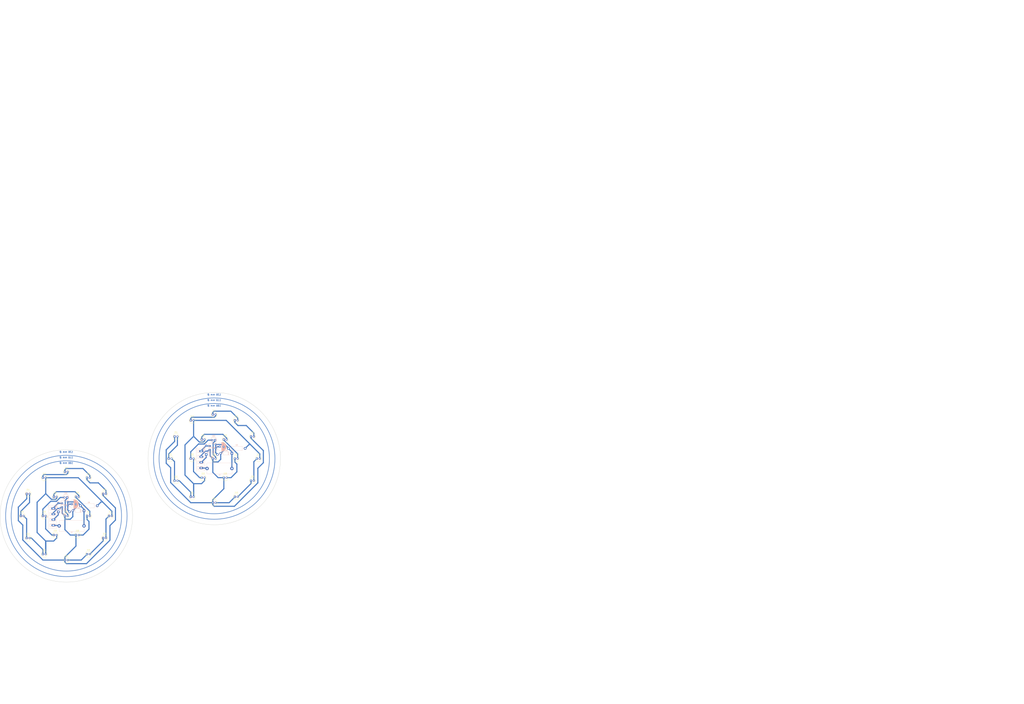
<source format=kicad_pcb>
(kicad_pcb (version 20171130) (host pcbnew 5.1.5+dfsg1-2build2)
  (title_block (title "Mini Circular LED Panel") (date 2022-04-20) (rev 1) (comment 1 "Tec. Henrique Silva"))
  (layers (0 F.Cu signal) (31 B.Cu signal) (34 B.Paste user) (35 F.Paste user) (36 B.SilkS user) (37 F.SilkS user) (38 B.Mask user) (39 F.Mask user) (44 Edge.Cuts user))
  (net 0 "")
  (module LED_THT:LED_D5.0mm_Clear (layer F.Cu) (at 225.9 95.3)
    (fp_text reference D58 (at 1.27 -3.96) (layer F.SilkS))
    (fp_text value LED)
    (pad 1 thru_hole rect (at 0 0) (size 1.8 1.8) (drill 0.9) (layers *.Cu *.Mask))
    (pad 2 thru_hole circle (at 2.54 0) (size 1.8 1.8) (drill 0.9) (layers *.Cu *.Mask))
  )
  (module LED_THT:LED_D5.0mm_Clear (layer F.Cu) (at 205.9 60.7)
    (fp_text reference D55 (at 1.27 -3.96) (layer F.SilkS))
    (fp_text value LED)
    (pad 2 thru_hole circle (at 2.54 0) (size 1.8 1.8) (drill 0.9) (layers *.Cu *.Mask))
    (pad 1 thru_hole rect (at 0 0) (size 1.8 1.8) (drill 0.9) (layers *.Cu *.Mask))
  )
  (module Diode_THT:D_DO-41_SOD81_P10.16mm_Horizontal (layer B.Cu) (at 209.95 74.25)
    (fp_text reference D63 (at 5.08 2.47) (layer B.SilkS) (effects (justify mirror)))
    (fp_text value 1N4007)
    (fp_text user K (at 0 2.1) (layer B.SilkS) (effects (justify mirror)))
    (pad 2 thru_hole oval (at 10.16 0) (size 2.2 2.2) (drill 1.1) (layers *.Cu *.Mask))
    (pad 1 thru_hole rect (at 0 0) (size 2.2 2.2) (drill 1.1) (layers *.Cu *.Mask))
  )
  (module Fuse:Fuseholder_Cylinder-5x20mm_Schurter_0031_8201_Horizontal_Open (layer B.Cu) (at 210.7 87)
    (fp_text reference F1 (at 11.25 6) (layer B.SilkS) (effects (justify mirror)))
    (fp_text value "Fuse 1A")
    (pad 1 thru_hole circle (at 0 0) (size 3 3) (drill 1.3) (layers *.Cu *.Mask))
    (pad 2 thru_hole circle (at 22.5 0) (size 3 3) (drill 1.3) (layers *.Cu *.Mask))
    (pad "" np_thru_hole circle (at 11.25 0) (size 2.7 2.7) (drill 2.7) (layers *.Cu *.Mask))
  )
  (module Varistor:RV_Disc_D7mm_W3.4mm_P5mm (layer B.Cu) (at 218.45 65.25 180)
    (fp_text reference RV2 (at 2.5 -3.35 180) (layer B.SilkS) (effects (justify mirror)))
    (fp_text value 14V)
    (pad 1 thru_hole circle (at 0 0 180) (size 1.6 1.6) (drill 0.6) (layers *.Cu *.Mask))
    (pad 2 thru_hole circle (at 5 -1.3 180) (size 1.6 1.6) (drill 0.6) (layers *.Cu *.Mask))
  )
  (module LED_THT:LED_D5.0mm_IRBlack (layer F.Cu) (at 195.9 78)
    (fp_text reference D60 (at 1.27 -3.96) (layer F.SilkS))
    (fp_text value LED)
    (pad 2 thru_hole circle (at 2.54 0) (size 1.8 1.8) (drill 0.9) (layers *.Cu *.Mask))
    (pad 1 thru_hole rect (at 0 0) (size 1.8 1.8) (drill 0.9) (layers *.Cu *.Mask))
  )
  (module LED_THT:LED_D5.0mm_IRGrey (layer F.Cu) (at 215.9 118)
    (fp_text reference D50 (at 1.27 -3.96) (layer F.SilkS))
    (fp_text value LED)
    (pad 1 thru_hole rect (at 0 0) (size 1.8 1.8) (drill 0.9) (layers *.Cu *.Mask))
    (pad 2 thru_hole circle (at 2.54 0) (size 1.8 1.8) (drill 0.9) (layers *.Cu *.Mask))
  )
  (module LED_THT:LED_D5.0mm (layer F.Cu) (at 175.95 78)
    (fp_text reference D53 (at 1.27 -3.96) (layer F.SilkS))
    (fp_text value LED)
    (pad 1 thru_hole rect (at 0 0) (size 1.8 1.8) (drill 0.9) (layers *.Cu *.Mask))
    (pad 2 thru_hole circle (at 2.54 0) (size 1.8 1.8) (drill 0.9) (layers *.Cu *.Mask))
  )
  (module LED_THT:LED_D5.0mm_IRBlack (layer F.Cu) (at 250.55 58)
    (fp_text reference D46 (at 1.27 -3.96) (layer F.SilkS))
    (fp_text value LED)
    (pad 1 thru_hole rect (at 0 0) (size 1.8 1.8) (drill 0.9) (layers *.Cu *.Mask))
    (pad 2 thru_hole circle (at 2.54 0) (size 1.8 1.8) (drill 0.9) (layers *.Cu *.Mask))
  )
  (module LED_THT:LED_D5.0mm (layer F.Cu) (at 181.3 58)
    (fp_text reference D54 (at 1.27 -3.96) (layer F.SilkS))
    (fp_text value LED)
    (pad 1 thru_hole rect (at 0 0) (size 1.8 1.8) (drill 0.9) (layers *.Cu *.Mask))
    (pad 2 thru_hole circle (at 2.54 0) (size 1.8 1.8) (drill 0.9) (layers *.Cu *.Mask))
  )
  (module Capacitor_THT:CP_Radial_D8.0mm_P3.50mm (layer B.Cu) (at 222.2 67.25)
    (fp_text reference C1 (at 1.75 5.25) (layer B.SilkS) (effects (justify mirror)))
    (fp_text value "16V 330uf")
    (pad 2 thru_hole circle (at 3.5 0) (size 1.6 1.6) (drill 0.8) (layers *.Cu *.Mask))
    (pad 1 thru_hole rect (at 0 0) (size 1.6 1.6) (drill 0.8) (layers *.Cu *.Mask))
  )
  (module Connector_Phoenix_MC_HighVoltage:PhoenixContact_MCV_1,5_4-G-5.08_1x04_P5.08mm_Vertical (layer B.Cu) (at 205.45 71.25 270)
    (fp_text reference J1 (at 7.62 5.55 90) (layer B.SilkS) (effects (justify mirror)))
    (fp_text value pw_input)
    (pad 1 thru_hole roundrect (at 0 0 270) (size 1.8 3.6) (drill 1.2) (layers *.Cu *.Mask) (roundrect_rratio 0.138889))
    (pad 2 thru_hole oval (at 5.08 0 270) (size 1.8 3.6) (drill 1.2) (layers *.Cu *.Mask))
    (pad 3 thru_hole oval (at 10.16 0 270) (size 1.8 3.6) (drill 1.2) (layers *.Cu *.Mask))
    (pad 4 thru_hole oval (at 15.24 0 270) (size 1.8 3.6) (drill 1.2) (layers *.Cu *.Mask))
  )
  (module LED_THT:LED_D5.0mm_IRBlack (layer F.Cu) (at 235.9 43.35)
    (fp_text reference D45 (at 1.27 -3.96) (layer F.SilkS))
    (fp_text value LED)
    (pad 1 thru_hole rect (at 0 0) (size 1.8 1.8) (drill 0.9) (layers *.Cu *.Mask))
    (pad 2 thru_hole circle (at 2.54 0) (size 1.8 1.8) (drill 0.9) (layers *.Cu *.Mask))
  )
  (module LED_THT:LED_D5.0mm (layer F.Cu) (at 195.95 112.65)
    (fp_text reference D51 (at 1.27 -3.96) (layer F.SilkS))
    (fp_text value LED)
    (pad 2 thru_hole circle (at 2.54 0) (size 1.8 1.8) (drill 0.9) (layers *.Cu *.Mask))
    (pad 1 thru_hole rect (at 0 0) (size 1.8 1.8) (drill 0.9) (layers *.Cu *.Mask))
  )
  (module LED_THT:LED_D5.0mm_Clear (layer F.Cu) (at 225.9 60.7)
    (fp_text reference D56 (at 1.27 -3.96) (layer F.SilkS))
    (fp_text value LED)
    (pad 2 thru_hole circle (at 2.54 0) (size 1.8 1.8) (drill 0.9) (layers *.Cu *.Mask))
    (pad 1 thru_hole rect (at 0 0) (size 1.8 1.8) (drill 0.9) (layers *.Cu *.Mask))
  )
  (module LED_THT:LED_D5.0mm_IRGrey (layer F.Cu) (at 255.9 78)
    (fp_text reference D47 (at 1.27 -3.96) (layer F.SilkS))
    (fp_text value LED)
    (pad 2 thru_hole circle (at 2.54 0) (size 1.8 1.8) (drill 0.9) (layers *.Cu *.Mask))
    (pad 1 thru_hole rect (at 0 0) (size 1.8 1.8) (drill 0.9) (layers *.Cu *.Mask))
  )
  (module LED_THT:LED_D5.0mm (layer F.Cu) (at 181.3 98.05)
    (fp_text reference D52 (at 1.27 -3.96) (layer F.SilkS))
    (fp_text value LED)
    (pad 2 thru_hole circle (at 2.54 0) (size 1.8 1.8) (drill 0.9) (layers *.Cu *.Mask))
    (pad 1 thru_hole rect (at 0 0) (size 1.8 1.8) (drill 0.9) (layers *.Cu *.Mask))
  )
  (module LED_THT:LED_D5.0mm_IRBlack (layer F.Cu) (at 215.9 38)
    (fp_text reference D44 (at 1.27 -3.96) (layer F.SilkS))
    (fp_text value LED)
    (pad 2 thru_hole circle (at 2.54 0) (size 1.8 1.8) (drill 0.9) (layers *.Cu *.Mask))
    (pad 1 thru_hole rect (at 0 0) (size 1.8 1.8) (drill 0.9) (layers *.Cu *.Mask))
  )
  (module LED_THT:LED_D5.0mm_IRGrey (layer F.Cu) (at 235.95 112.65)
    (fp_text reference D49 (at 1.27 -3.96) (layer F.SilkS))
    (fp_text value LED)
    (pad 1 thru_hole rect (at 0 0) (size 1.8 1.8) (drill 0.9) (layers *.Cu *.Mask))
    (pad 2 thru_hole circle (at 2.54 0) (size 1.8 1.8) (drill 0.9) (layers *.Cu *.Mask))
  )
  (module Resistor_THT:R_Axial_DIN0411_L9.9mm_D3.6mm_P15.24mm_Horizontal (layer B.Cu) (at 245.2 68.75 180)
    (fp_text reference R2 (at 7.62 2.92 180) (layer B.SilkS) (effects (justify mirror)))
    (fp_text value "Rl 2W")
    (pad 2 thru_hole oval (at 15.24 0 180) (size 2.4 2.4) (drill 1.2) (layers *.Cu *.Mask))
    (pad 1 thru_hole circle (at 0 0 180) (size 2.4 2.4) (drill 1.2) (layers *.Cu *.Mask))
  )
  (module Varistor:RV_Disc_D7mm_W3.4mm_P5mm (layer B.Cu) (at 211.2 71.25 90)
    (fp_text reference RV3 (at 2.5 -3.35 270) (layer B.SilkS) (effects (justify mirror)))
    (fp_text value 14V)
    (pad 1 thru_hole circle (at 0 0 90) (size 1.6 1.6) (drill 0.6) (layers *.Cu *.Mask))
    (pad 2 thru_hole circle (at 5 -1.3 90) (size 1.6 1.6) (drill 0.6) (layers *.Cu *.Mask))
  )
  (module LED_THT:LED_D5.0mm_IRBlack (layer F.Cu) (at 195.95 43.35)
    (fp_text reference D43 (at 1.27 -3.96) (layer F.SilkS))
    (fp_text value LED)
    (pad 2 thru_hole circle (at 2.54 0) (size 1.8 1.8) (drill 0.9) (layers *.Cu *.Mask))
    (pad 1 thru_hole rect (at 0 0) (size 1.8 1.8) (drill 0.9) (layers *.Cu *.Mask))
  )
  (module LED_THT:LED_D5.0mm_IRGrey (layer F.Cu) (at 250.55 98)
    (fp_text reference D48 (at 1.27 -3.96) (layer F.SilkS))
    (fp_text value LED)
    (pad 2 thru_hole circle (at 2.54 0) (size 1.8 1.8) (drill 0.9) (layers *.Cu *.Mask))
    (pad 1 thru_hole rect (at 0 0) (size 1.8 1.8) (drill 0.9) (layers *.Cu *.Mask))
  )
  (module LED_THT:LED_D5.0mm_IRBlack (layer F.Cu) (at 205.9 95.3)
    (fp_text reference D59 (at 1.27 -3.96) (layer F.SilkS))
    (fp_text value LED)
    (pad 1 thru_hole rect (at 0 0) (size 1.8 1.8) (drill 0.9) (layers *.Cu *.Mask))
    (pad 2 thru_hole circle (at 2.54 0) (size 1.8 1.8) (drill 0.9) (layers *.Cu *.Mask))
  )
  (module Diode_THT:D_DO-41_SOD81_P10.16mm_Horizontal (layer B.Cu) (at 233.2 73.25 180)
    (fp_text reference D64 (at 5.08 2.47 180) (layer B.SilkS) (effects (justify mirror)))
    (fp_text value 1N47xxA)
    (fp_text user K (at 0 2.1 180) (layer B.SilkS) (effects (justify mirror)))
    (pad 2 thru_hole oval (at 10.16 0 180) (size 2.2 2.2) (drill 1.1) (layers *.Cu *.Mask))
    (pad 1 thru_hole rect (at 0 0 180) (size 2.2 2.2) (drill 1.1) (layers *.Cu *.Mask))
  )
  (module LED_THT:LED_D5.0mm_Clear (layer F.Cu) (at 235.9 78)
    (fp_text reference D57 (at 1.27 -3.96) (layer F.SilkS))
    (fp_text value LED)
    (pad 1 thru_hole rect (at 0 0) (size 1.8 1.8) (drill 0.9) (layers *.Cu *.Mask))
    (pad 2 thru_hole circle (at 2.54 0) (size 1.8 1.8) (drill 0.9) (layers *.Cu *.Mask))
  )
  (module Varistor:RV_Disc_D7mm_W3.4mm_P5mm (layer B.Cu) (at 218.45 68.75 180)
    (fp_text reference RV1 (at 2.5 -3.35) (layer B.SilkS) (effects (justify mirror)))
    (fp_text value 14V)
    (pad 1 thru_hole circle (at 0 0 180) (size 1.6 1.6) (drill 0.6) (layers *.Cu *.Mask))
    (pad 2 thru_hole circle (at 5 -1.3 180) (size 1.6 1.6) (drill 0.6) (layers *.Cu *.Mask))
  )
  (module LED_THT:LED_D5.0mm_IRBlack (layer B.Cu) (at 217.95 61.25 180)
    (fp_text reference D62 (at 1.27 3.96) (layer B.SilkS) (effects (justify mirror)))
    (fp_text value FEEDBACK)
    (pad 1 thru_hole rect (at 0 0 180) (size 1.8 1.8) (drill 0.9) (layers *.Cu *.Mask))
    (pad 2 thru_hole circle (at 2.54 0 180) (size 1.8 1.8) (drill 0.9) (layers *.Cu *.Mask))
  )
  (module LED_THT:LED_D5.0mm_IRBlack (layer F.Cu) (at 215.9 78)
    (fp_text reference D61 (at 1.27 -3.96) (layer F.SilkS))
    (fp_text value LED)
    (pad 1 thru_hole rect (at 0 0) (size 1.8 1.8) (drill 0.9) (layers *.Cu *.Mask))
    (pad 2 thru_hole circle (at 2.54 0) (size 1.8 1.8) (drill 0.9) (layers *.Cu *.Mask))
  )
  (module LED_THT:LED_D5.0mm_Clear (layer F.Cu) (at 91.9 147.3)
    (fp_text reference D58 (at 1.27 -3.96) (layer F.SilkS))
    (fp_text value LED)
    (pad 1 thru_hole rect (at 0 0) (size 1.8 1.8) (drill 0.9) (layers *.Cu *.Mask))
    (pad 2 thru_hole circle (at 2.54 0) (size 1.8 1.8) (drill 0.9) (layers *.Cu *.Mask))
  )
  (module LED_THT:LED_D5.0mm_Clear (layer F.Cu) (at 71.9 112.7)
    (fp_text reference D55 (at 1.27 -3.96) (layer F.SilkS))
    (fp_text value LED)
    (pad 2 thru_hole circle (at 2.54 0) (size 1.8 1.8) (drill 0.9) (layers *.Cu *.Mask))
    (pad 1 thru_hole rect (at 0 0) (size 1.8 1.8) (drill 0.9) (layers *.Cu *.Mask))
  )
  (module Diode_THT:D_DO-41_SOD81_P10.16mm_Horizontal (layer B.Cu) (at 75.95 126.25)
    (fp_text reference D63 (at 5.08 2.47) (layer B.SilkS) (effects (justify mirror)))
    (fp_text value 1N4007)
    (fp_text user K (at 0 2.1) (layer B.SilkS) (effects (justify mirror)))
    (pad 2 thru_hole oval (at 10.16 0) (size 2.2 2.2) (drill 1.1) (layers *.Cu *.Mask))
    (pad 1 thru_hole rect (at 0 0) (size 2.2 2.2) (drill 1.1) (layers *.Cu *.Mask))
  )
  (module Fuse:Fuseholder_Cylinder-5x20mm_Schurter_0031_8201_Horizontal_Open (layer B.Cu) (at 76.7 139)
    (fp_text reference F1 (at 11.25 6) (layer B.SilkS) (effects (justify mirror)))
    (fp_text value "Fuse 1A")
    (pad 1 thru_hole circle (at 0 0) (size 3 3) (drill 1.3) (layers *.Cu *.Mask))
    (pad 2 thru_hole circle (at 22.5 0) (size 3 3) (drill 1.3) (layers *.Cu *.Mask))
    (pad "" np_thru_hole circle (at 11.25 0) (size 2.7 2.7) (drill 2.7) (layers *.Cu *.Mask))
  )
  (module Varistor:RV_Disc_D7mm_W3.4mm_P5mm (layer B.Cu) (at 84.45 117.25 180)
    (fp_text reference RV2 (at 2.5 -3.35 180) (layer B.SilkS) (effects (justify mirror)))
    (fp_text value 14V)
    (pad 1 thru_hole circle (at 0 0 180) (size 1.6 1.6) (drill 0.6) (layers *.Cu *.Mask))
    (pad 2 thru_hole circle (at 5 -1.3 180) (size 1.6 1.6) (drill 0.6) (layers *.Cu *.Mask))
  )
  (module LED_THT:LED_D5.0mm_IRBlack (layer F.Cu) (at 61.9 130)
    (fp_text reference D60 (at 1.27 -3.96) (layer F.SilkS))
    (fp_text value LED)
    (pad 2 thru_hole circle (at 2.54 0) (size 1.8 1.8) (drill 0.9) (layers *.Cu *.Mask))
    (pad 1 thru_hole rect (at 0 0) (size 1.8 1.8) (drill 0.9) (layers *.Cu *.Mask))
  )
  (module LED_THT:LED_D5.0mm_IRGrey (layer F.Cu) (at 81.9 170)
    (fp_text reference D50 (at 1.27 -3.96) (layer F.SilkS))
    (fp_text value LED)
    (pad 1 thru_hole rect (at 0 0) (size 1.8 1.8) (drill 0.9) (layers *.Cu *.Mask))
    (pad 2 thru_hole circle (at 2.54 0) (size 1.8 1.8) (drill 0.9) (layers *.Cu *.Mask))
  )
  (module LED_THT:LED_D5.0mm (layer F.Cu) (at 41.95 130)
    (fp_text reference D53 (at 1.27 -3.96) (layer F.SilkS))
    (fp_text value LED)
    (pad 1 thru_hole rect (at 0 0) (size 1.8 1.8) (drill 0.9) (layers *.Cu *.Mask))
    (pad 2 thru_hole circle (at 2.54 0) (size 1.8 1.8) (drill 0.9) (layers *.Cu *.Mask))
  )
  (module LED_THT:LED_D5.0mm_IRBlack (layer F.Cu) (at 116.55 110)
    (fp_text reference D46 (at 1.27 -3.96) (layer F.SilkS))
    (fp_text value LED)
    (pad 1 thru_hole rect (at 0 0) (size 1.8 1.8) (drill 0.9) (layers *.Cu *.Mask))
    (pad 2 thru_hole circle (at 2.54 0) (size 1.8 1.8) (drill 0.9) (layers *.Cu *.Mask))
  )
  (module LED_THT:LED_D5.0mm (layer F.Cu) (at 47.3 110)
    (fp_text reference D54 (at 1.27 -3.96) (layer F.SilkS))
    (fp_text value LED)
    (pad 1 thru_hole rect (at 0 0) (size 1.8 1.8) (drill 0.9) (layers *.Cu *.Mask))
    (pad 2 thru_hole circle (at 2.54 0) (size 1.8 1.8) (drill 0.9) (layers *.Cu *.Mask))
  )
  (module Capacitor_THT:CP_Radial_D8.0mm_P3.50mm (layer B.Cu) (at 88.2 119.25)
    (fp_text reference C1 (at 1.75 5.25) (layer B.SilkS) (effects (justify mirror)))
    (fp_text value "16V 330uf")
    (pad 2 thru_hole circle (at 3.5 0) (size 1.6 1.6) (drill 0.8) (layers *.Cu *.Mask))
    (pad 1 thru_hole rect (at 0 0) (size 1.6 1.6) (drill 0.8) (layers *.Cu *.Mask))
  )
  (module Connector_Phoenix_MC_HighVoltage:PhoenixContact_MCV_1,5_4-G-5.08_1x04_P5.08mm_Vertical (layer B.Cu) (at 71.45 123.25 270)
    (fp_text reference J1 (at 7.62 5.55 90) (layer B.SilkS) (effects (justify mirror)))
    (fp_text value pw_input)
    (pad 1 thru_hole roundrect (at 0 0 270) (size 1.8 3.6) (drill 1.2) (layers *.Cu *.Mask) (roundrect_rratio 0.138889))
    (pad 2 thru_hole oval (at 5.08 0 270) (size 1.8 3.6) (drill 1.2) (layers *.Cu *.Mask))
    (pad 3 thru_hole oval (at 10.16 0 270) (size 1.8 3.6) (drill 1.2) (layers *.Cu *.Mask))
    (pad 4 thru_hole oval (at 15.24 0 270) (size 1.8 3.6) (drill 1.2) (layers *.Cu *.Mask))
  )
  (module LED_THT:LED_D5.0mm_IRBlack (layer F.Cu) (at 101.9 95.35)
    (fp_text reference D45 (at 1.27 -3.96) (layer F.SilkS))
    (fp_text value LED)
    (pad 1 thru_hole rect (at 0 0) (size 1.8 1.8) (drill 0.9) (layers *.Cu *.Mask))
    (pad 2 thru_hole circle (at 2.54 0) (size 1.8 1.8) (drill 0.9) (layers *.Cu *.Mask))
  )
  (module LED_THT:LED_D5.0mm (layer F.Cu) (at 61.95 164.65)
    (fp_text reference D51 (at 1.27 -3.96) (layer F.SilkS))
    (fp_text value LED)
    (pad 2 thru_hole circle (at 2.54 0) (size 1.8 1.8) (drill 0.9) (layers *.Cu *.Mask))
    (pad 1 thru_hole rect (at 0 0) (size 1.8 1.8) (drill 0.9) (layers *.Cu *.Mask))
  )
  (module LED_THT:LED_D5.0mm_Clear (layer F.Cu) (at 91.9 112.7)
    (fp_text reference D56 (at 1.27 -3.96) (layer F.SilkS))
    (fp_text value LED)
    (pad 2 thru_hole circle (at 2.54 0) (size 1.8 1.8) (drill 0.9) (layers *.Cu *.Mask))
    (pad 1 thru_hole rect (at 0 0) (size 1.8 1.8) (drill 0.9) (layers *.Cu *.Mask))
  )
  (module LED_THT:LED_D5.0mm_IRGrey (layer F.Cu) (at 121.9 130)
    (fp_text reference D47 (at 1.27 -3.96) (layer F.SilkS))
    (fp_text value LED)
    (pad 2 thru_hole circle (at 2.54 0) (size 1.8 1.8) (drill 0.9) (layers *.Cu *.Mask))
    (pad 1 thru_hole rect (at 0 0) (size 1.8 1.8) (drill 0.9) (layers *.Cu *.Mask))
  )
  (module LED_THT:LED_D5.0mm (layer F.Cu) (at 47.3 150.05)
    (fp_text reference D52 (at 1.27 -3.96) (layer F.SilkS))
    (fp_text value LED)
    (pad 2 thru_hole circle (at 2.54 0) (size 1.8 1.8) (drill 0.9) (layers *.Cu *.Mask))
    (pad 1 thru_hole rect (at 0 0) (size 1.8 1.8) (drill 0.9) (layers *.Cu *.Mask))
  )
  (module LED_THT:LED_D5.0mm_IRBlack (layer F.Cu) (at 81.9 90)
    (fp_text reference D44 (at 1.27 -3.96) (layer F.SilkS))
    (fp_text value LED)
    (pad 2 thru_hole circle (at 2.54 0) (size 1.8 1.8) (drill 0.9) (layers *.Cu *.Mask))
    (pad 1 thru_hole rect (at 0 0) (size 1.8 1.8) (drill 0.9) (layers *.Cu *.Mask))
  )
  (module LED_THT:LED_D5.0mm_IRGrey (layer F.Cu) (at 101.95 164.65)
    (fp_text reference D49 (at 1.27 -3.96) (layer F.SilkS))
    (fp_text value LED)
    (pad 1 thru_hole rect (at 0 0) (size 1.8 1.8) (drill 0.9) (layers *.Cu *.Mask))
    (pad 2 thru_hole circle (at 2.54 0) (size 1.8 1.8) (drill 0.9) (layers *.Cu *.Mask))
  )
  (module Resistor_THT:R_Axial_DIN0411_L9.9mm_D3.6mm_P15.24mm_Horizontal (layer B.Cu) (at 111.2 120.75 180)
    (fp_text reference R2 (at 7.62 2.92 180) (layer B.SilkS) (effects (justify mirror)))
    (fp_text value "Rl 2W")
    (pad 2 thru_hole oval (at 15.24 0 180) (size 2.4 2.4) (drill 1.2) (layers *.Cu *.Mask))
    (pad 1 thru_hole circle (at 0 0 180) (size 2.4 2.4) (drill 1.2) (layers *.Cu *.Mask))
  )
  (module Varistor:RV_Disc_D7mm_W3.4mm_P5mm (layer B.Cu) (at 77.2 123.25 90)
    (fp_text reference RV3 (at 2.5 -3.35 270) (layer B.SilkS) (effects (justify mirror)))
    (fp_text value 14V)
    (pad 1 thru_hole circle (at 0 0 90) (size 1.6 1.6) (drill 0.6) (layers *.Cu *.Mask))
    (pad 2 thru_hole circle (at 5 -1.3 90) (size 1.6 1.6) (drill 0.6) (layers *.Cu *.Mask))
  )
  (module LED_THT:LED_D5.0mm_IRBlack (layer F.Cu) (at 61.95 95.35)
    (fp_text reference D43 (at 1.27 -3.96) (layer F.SilkS))
    (fp_text value LED)
    (pad 2 thru_hole circle (at 2.54 0) (size 1.8 1.8) (drill 0.9) (layers *.Cu *.Mask))
    (pad 1 thru_hole rect (at 0 0) (size 1.8 1.8) (drill 0.9) (layers *.Cu *.Mask))
  )
  (module LED_THT:LED_D5.0mm_IRGrey (layer F.Cu) (at 116.55 150)
    (fp_text reference D48 (at 1.27 -3.96) (layer F.SilkS))
    (fp_text value LED)
    (pad 2 thru_hole circle (at 2.54 0) (size 1.8 1.8) (drill 0.9) (layers *.Cu *.Mask))
    (pad 1 thru_hole rect (at 0 0) (size 1.8 1.8) (drill 0.9) (layers *.Cu *.Mask))
  )
  (module LED_THT:LED_D5.0mm_IRBlack (layer F.Cu) (at 71.9 147.3)
    (fp_text reference D59 (at 1.27 -3.96) (layer F.SilkS))
    (fp_text value LED)
    (pad 1 thru_hole rect (at 0 0) (size 1.8 1.8) (drill 0.9) (layers *.Cu *.Mask))
    (pad 2 thru_hole circle (at 2.54 0) (size 1.8 1.8) (drill 0.9) (layers *.Cu *.Mask))
  )
  (module Diode_THT:D_DO-41_SOD81_P10.16mm_Horizontal (layer B.Cu) (at 99.2 125.25 180)
    (fp_text reference D64 (at 5.08 2.47 180) (layer B.SilkS) (effects (justify mirror)))
    (fp_text value 1N47xxA)
    (fp_text user K (at 0 2.1 180) (layer B.SilkS) (effects (justify mirror)))
    (pad 2 thru_hole oval (at 10.16 0 180) (size 2.2 2.2) (drill 1.1) (layers *.Cu *.Mask))
    (pad 1 thru_hole rect (at 0 0 180) (size 2.2 2.2) (drill 1.1) (layers *.Cu *.Mask))
  )
  (module LED_THT:LED_D5.0mm_Clear (layer F.Cu) (at 101.9 130)
    (fp_text reference D57 (at 1.27 -3.96) (layer F.SilkS))
    (fp_text value LED)
    (pad 1 thru_hole rect (at 0 0) (size 1.8 1.8) (drill 0.9) (layers *.Cu *.Mask))
    (pad 2 thru_hole circle (at 2.54 0) (size 1.8 1.8) (drill 0.9) (layers *.Cu *.Mask))
  )
  (module Varistor:RV_Disc_D7mm_W3.4mm_P5mm (layer B.Cu) (at 84.45 120.75 180)
    (fp_text reference RV1 (at 2.5 -3.35) (layer B.SilkS) (effects (justify mirror)))
    (fp_text value 14V)
    (pad 1 thru_hole circle (at 0 0 180) (size 1.6 1.6) (drill 0.6) (layers *.Cu *.Mask))
    (pad 2 thru_hole circle (at 5 -1.3 180) (size 1.6 1.6) (drill 0.6) (layers *.Cu *.Mask))
  )
  (module LED_THT:LED_D5.0mm_IRBlack (layer B.Cu) (at 83.95 113.25 180)
    (fp_text reference D62 (at 1.27 3.96) (layer B.SilkS) (effects (justify mirror)))
    (fp_text value FEEDBACK)
    (pad 1 thru_hole rect (at 0 0 180) (size 1.8 1.8) (drill 0.9) (layers *.Cu *.Mask))
    (pad 2 thru_hole circle (at 2.54 0 180) (size 1.8 1.8) (drill 0.9) (layers *.Cu *.Mask))
  )
  (module LED_THT:LED_D5.0mm_IRBlack (layer F.Cu) (at 81.9 130)
    (fp_text reference D61 (at 1.27 -3.96) (layer F.SilkS))
    (fp_text value LED)
    (pad 1 thru_hole rect (at 0 0) (size 1.8 1.8) (drill 0.9) (layers *.Cu *.Mask))
    (pad 2 thru_hole circle (at 2.54 0) (size 1.8 1.8) (drill 0.9) (layers *.Cu *.Mask))
  )
  (gr_text "100 mm Ø" (at 217.2 30) (layer B.Cu) (effects (font (size 1.5 1.5) (thickness 0.3)) (justify mirror)))
  (gr_text "110 mm Ø" (at 217.2 25) (layer B.Cu) (effects (font (size 1.5 1.5) (thickness 0.3)) (justify mirror)))
  (gr_text "120 mm Ø" (at 217.2 20) (layer B.Cu) (effects (font (size 1.5 1.5) (thickness 0.3)) (justify mirror)))
  (gr_circle (center 217.2 78) (end 267.2 78) (layer B.Cu) (width 0.5))
  (gr_circle (center 217.2 78) (end 277.2 78) (layer Edge.Cuts) (width 0.25))
  (gr_circle (center 217.2 78) (end 272.2 78) (layer B.Cu) (width 0.5))
  (gr_text "100 mm Ø" (at 83.2 82) (layer B.Cu) (effects (font (size 1.5 1.5) (thickness 0.3)) (justify mirror)))
  (gr_text "110 mm Ø" (at 83.2 77) (layer B.Cu) (effects (font (size 1.5 1.5) (thickness 0.3)) (justify mirror)))
  (gr_text "120 mm Ø" (at 83.2 72) (layer B.Cu) (effects (font (size 1.5 1.5) (thickness 0.3)) (justify mirror)))
  (gr_circle (center 83.2 130) (end 133.2 130) (layer B.Cu) (width 0.5))
  (gr_circle (center 83.2 130) (end 143.2 130) (layer Edge.Cuts) (width 0.25))
  (gr_circle (center 83.2 130) (end 138.2 130) (layer B.Cu) (width 0.5))
  (segment (start 124.44 125.74) (end 124.44 130) (width 1) (layer B.Cu) (net 0))
  (segment (start 124.45 125.75) (end 124.44 125.74) (width 1) (layer B.Cu) (net 0))
  (segment (start 64.49 152.75) (end 64.49 164.65) (width 1) (layer B.Cu) (net 0))
  (segment (start 64.49 164.65) (end 64.49 152.79) (width 1) (layer B.Cu) (net 0))
  (segment (start 56.7 117.58) (end 64.49 109.79) (width 1) (layer B.Cu) (net 0))
  (segment (start 115.95 117.25) (end 114.7 117.25) (width 1) (layer B.Cu) (net 0))
  (segment (start 74.44 150.01) (end 71.7 152.75) (width 1) (layer B.Cu) (net 0))
  (segment (start 64.49 152.79) (end 56.7 145) (width 1) (layer B.Cu) (net 0))
  (segment (start 94.05 95.35) (end 115.95 117.25) (width 1) (layer B.Cu) (net 0))
  (segment (start 74.44 147.3) (end 74.44 150.01) (width 1) (layer B.Cu) (net 0))
  (segment (start 64.49 95.35) (end 94.05 95.35) (width 1) (layer B.Cu) (net 0))
  (segment (start 74.44 113.972792) (end 73.412792 115) (width 1) (layer B.Cu) (net 0))
  (segment (start 71.7 152.75) (end 64.49 152.75) (width 1) (layer B.Cu) (net 0))
  (segment (start 64.49 109.79) (end 64.49 95.35) (width 1) (layer B.Cu) (net 0))
  (segment (start 69.7 115) (end 64.49 109.79) (width 1) (layer B.Cu) (net 0))
  (segment (start 56.7 145) (end 56.7 117.58) (width 1) (layer B.Cu) (net 0))
  (segment (start 73.412792 115) (end 69.7 115) (width 1) (layer B.Cu) (net 0))
  (segment (start 115.95 117.25) (end 124.45 125.75) (width 1) (layer B.Cu) (net 0))
  (segment (start 114.7 117.25) (end 111.2 120.75) (width 1) (layer B.Cu) (net 0))
  (segment (start 74.44 112.7) (end 74.44 113.972792) (width 1) (layer B.Cu) (net 0))
  (segment (start 83.25 173.25) (end 101.45 173.25) (width 1) (layer B.Cu) (net 0))
  (segment (start 122.7 138.75) (end 127.7 133.75) (width 1) (layer B.Cu) (net 0))
  (segment (start 81.9 171.9) (end 83.25 173.25) (width 1) (layer B.Cu) (net 0))
  (segment (start 81.9 170) (end 81.9 171.9) (width 1) (layer B.Cu) (net 0))
  (segment (start 91.9 157.3) (end 91.9 147.3) (width 1) (layer B.Cu) (net 0))
  (segment (start 81.9 167.3) (end 91.9 157.3) (width 1) (layer B.Cu) (net 0))
  (segment (start 81.9 170) (end 81.9 167.3) (width 1) (layer B.Cu) (net 0))
  (segment (start 81.9 142.45) (end 81.9 131.9) (width 1) (layer B.Cu) (net 0))
  (segment (start 81.9 131.9) (end 81.9 130) (width 1) (layer B.Cu) (net 0))
  (segment (start 86.75 147.3) (end 81.9 142.45) (width 1) (layer B.Cu) (net 0))
  (segment (start 91.9 147.3) (end 86.75 147.3) (width 1) (layer B.Cu) (net 0))
  (segment (start 79.45 127.55) (end 81.9 130) (width 1) (layer B.Cu) (net 0))
  (segment (start 79.45 122.05) (end 79.45 127.55) (width 1) (layer B.Cu) (net 0))
  (segment (start 91.7 119.25) (end 91.7 122.75) (width 1) (layer B.Cu) (net 0))
  (segment (start 91.54 122.75) (end 91.7 122.75) (width 1) (layer B.Cu) (net 0))
  (segment (start 89.04 125.25) (end 91.54 122.75) (width 1) (layer B.Cu) (net 0))
  (segment (start 81.9 131.95) (end 81.9 130) (width 1) (layer B.Cu) (net 0))
  (segment (start 82.95 133) (end 81.9 131.95) (width 1) (layer B.Cu) (net 0))
  (segment (start 86.7 133) (end 82.95 133) (width 1) (layer B.Cu) (net 0))
  (segment (start 89.04 130.66) (end 86.7 133) (width 1) (layer B.Cu) (net 0))
  (segment (start 89.04 125.25) (end 89.04 130.66) (width 1) (layer B.Cu) (net 0))
  (segment (start 75.2 123.25) (end 77.2 123.25) (width 1) (layer B.Cu) (net 0))
  (segment (start 71.45 127) (end 75.2 123.25) (width 1) (layer B.Cu) (net 0))
  (segment (start 71.45 128.33) (end 71.45 127) (width 1) (layer B.Cu) (net 0))
  (segment (start 78.4 122.05) (end 79.45 122.05) (width 1) (layer B.Cu) (net 0))
  (segment (start 77.2 123.25) (end 78.4 122.05) (width 1) (layer B.Cu) (net 0))
  (segment (start 80 170) (end 81.9 170) (width 1) (layer B.Cu) (net 0))
  (segment (start 61.95 170) (end 80 170) (width 1) (layer B.Cu) (net 0))
  (segment (start 43.7 151.75) (end 61.95 170) (width 1) (layer B.Cu) (net 0))
  (segment (start 43.7 138.25) (end 43.7 151.75) (width 1) (layer B.Cu) (net 0))
  (segment (start 39.7 122) (end 39.7 134.25) (width 1) (layer B.Cu) (net 0))
  (segment (start 47.3 114.4) (end 39.7 122) (width 1) (layer B.Cu) (net 0))
  (segment (start 39.7 134.25) (end 43.7 138.25) (width 1) (layer B.Cu) (net 0))
  (segment (start 47.3 110) (end 47.3 114.4) (width 1) (layer B.Cu) (net 0))
  (segment (start 116.55 111.6) (end 116.55 110) (width 1) (layer B.Cu) (net 0))
  (segment (start 127.7 122.75) (end 116.55 111.6) (width 1) (layer B.Cu) (net 0))
  (segment (start 127.7 133.75) (end 127.7 122.75) (width 1) (layer B.Cu) (net 0))
  (segment (start 122.7 152) (end 122.7 138.75) (width 1) (layer B.Cu) (net 0))
  (segment (start 101.45 173.25) (end 122.7 152) (width 1) (layer B.Cu) (net 0))
  (segment (start 84.44 91.272792) (end 84.44 90) (width 1) (layer B.Cu) (net 0))
  (segment (start 62.9 92.5) (end 83.212792 92.5) (width 1) (layer B.Cu) (net 0))
  (segment (start 61.95 93.45) (end 62.9 92.5) (width 1) (layer B.Cu) (net 0))
  (segment (start 83.212792 92.5) (end 84.44 91.272792) (width 1) (layer B.Cu) (net 0))
  (segment (start 61.95 95.35) (end 61.95 93.45) (width 1) (layer B.Cu) (net 0))
  (segment (start 112.2 100) (end 119.09 106.89) (width 1) (layer B.Cu) (net 0))
  (segment (start 119.09 106.89) (end 119.09 110) (width 1) (layer B.Cu) (net 0))
  (segment (start 101.9 97.25) (end 104.65 100) (width 1) (layer B.Cu) (net 0))
  (segment (start 101.9 95.35) (end 101.9 97.25) (width 1) (layer B.Cu) (net 0))
  (segment (start 104.65 100) (end 112.2 100) (width 1) (layer B.Cu) (net 0))
  (segment (start 119.09 132.81) (end 121.9 130) (width 1) (layer B.Cu) (net 0))
  (segment (start 119.09 150) (end 119.09 132.81) (width 1) (layer B.Cu) (net 0))
  (segment (start 96.7 170) (end 101.95 164.75) (width 1) (layer B.Cu) (net 0))
  (segment (start 84.44 170) (end 96.7 170) (width 1) (layer B.Cu) (net 0))
  (segment (start 101.95 164.75) (end 101.95 164.65) (width 1) (layer B.Cu) (net 0))
  (segment (start 61.95 160.5) (end 61.95 164.65) (width 1) (layer B.Cu) (net 0))
  (segment (start 51.5 150.05) (end 61.95 160.5) (width 1) (layer B.Cu) (net 0))
  (segment (start 49.84 150.05) (end 51.5 150.05) (width 1) (layer B.Cu) (net 0))
  (segment (start 49.84 111.272792) (end 49.84 110) (width 1) (layer B.Cu) (net 0))
  (segment (start 49.84 117.86) (end 49.84 111.272792) (width 1) (layer B.Cu) (net 0))
  (segment (start 41.95 125.75) (end 49.84 117.86) (width 1) (layer B.Cu) (net 0))
  (segment (start 41.95 130) (end 41.95 125.75) (width 1) (layer B.Cu) (net 0))
  (segment (start 94.44 111.427208) (end 91.012792 108) (width 1) (layer B.Cu) (net 0))
  (segment (start 94.44 112.7) (end 94.44 111.427208) (width 1) (layer B.Cu) (net 0))
  (segment (start 91.012792 108) (end 74.2 108) (width 1) (layer B.Cu) (net 0))
  (segment (start 71.9 110.3) (end 71.9 112.7) (width 1) (layer B.Cu) (net 0))
  (segment (start 74.2 108) (end 71.9 110.3) (width 1) (layer B.Cu) (net 0))
  (segment (start 103.7 142) (end 103.7 135) (width 1) (layer B.Cu) (net 0))
  (segment (start 98.4 147.3) (end 103.7 142) (width 1) (layer B.Cu) (net 0))
  (segment (start 94.44 147.3) (end 98.4 147.3) (width 1) (layer B.Cu) (net 0))
  (segment (start 101.95 130.05) (end 101.9 130) (width 1) (layer B.Cu) (net 0))
  (segment (start 101.95 133.25) (end 101.95 130.05) (width 1) (layer B.Cu) (net 0))
  (segment (start 103.7 135) (end 101.95 133.25) (width 1) (layer B.Cu) (net 0))
  (segment (start 70 147.3) (end 71.9 147.3) (width 1) (layer B.Cu) (net 0))
  (segment (start 64.44 141.74) (end 70 147.3) (width 1) (layer B.Cu) (net 0))
  (segment (start 64.44 130) (end 64.44 141.74) (width 1) (layer B.Cu) (net 0))
  (segment (start 75.95 128.91) (end 75.95 126.25) (width 1) (layer B.Cu) (net 0))
  (segment (start 71.45 133.41) (end 75.95 128.91) (width 1) (layer B.Cu) (net 0))
  (segment (start 71.56 138.6) (end 71.45 138.49) (width 1) (layer B.Cu) (net 0))
  (segment (start 76.3 138.6) (end 71.56 138.6) (width 1) (layer B.Cu) (net 0))
  (segment (start 76.7 139) (end 76.3 138.6) (width 1) (layer B.Cu) (net 0))
  (segment (start 76.2 118.55) (end 79.45 118.55) (width 1) (layer B.Cu) (net 0))
  (segment (start 75.9 118.25) (end 76.2 118.55) (width 1) (layer B.Cu) (net 0))
  (segment (start 71.45 122.7) (end 75.9 118.25) (width 1) (layer B.Cu) (net 0))
  (segment (start 71.45 123.25) (end 71.45 122.7) (width 1) (layer B.Cu) (net 0))
  (segment (start 95.96 120.26) (end 95.96 120.75) (width 1) (layer B.Cu) (net 0))
  (segment (start 92.95 117.25) (end 95.96 120.26) (width 1) (layer B.Cu) (net 0))
  (segment (start 84.46 117.25) (end 92.95 117.25) (width 1) (layer B.Cu) (net 0))
  (segment (start 84.45 117.26) (end 84.46 117.25) (width 1) (layer B.Cu) (net 0))
  (segment (start 84.45 120.75) (end 84.45 117.26) (width 1) (layer B.Cu) (net 0))
  (segment (start 85.95 119.25) (end 84.45 120.75) (width 1) (layer B.Cu) (net 0))
  (segment (start 88.2 119.25) (end 85.95 119.25) (width 1) (layer B.Cu) (net 0))
  (segment (start 84.45 124.59) (end 86.11 126.25) (width 1) (layer B.Cu) (net 0))
  (segment (start 84.45 120.75) (end 84.45 124.59) (width 1) (layer B.Cu) (net 0))
  (segment (start 99.2 123.99) (end 95.96 120.75) (width 1) (layer B.Cu) (net 0))
  (segment (start 99.2 125.25) (end 99.2 123.99) (width 1) (layer B.Cu) (net 0))
  (segment (start 99.2 136.87868) (end 99.2 125.25) (width 1) (layer B.Cu) (net 0))
  (segment (start 99.2 139) (end 99.2 136.87868) (width 1) (layer B.Cu) (net 0))
  (segment (start 81.9 88.1) (end 83 87) (width 1) (layer B.Cu) (net 0))
  (segment (start 81.9 90) (end 81.9 88.1) (width 1) (layer B.Cu) (net 0))
  (segment (start 83 87) (end 98.2 87) (width 1) (layer B.Cu) (net 0))
  (segment (start 104.44 93.24) (end 104.44 95.35) (width 1) (layer B.Cu) (net 0))
  (segment (start 98.2 87) (end 104.44 93.24) (width 1) (layer B.Cu) (net 0))
  (segment (start 116.55 152.59) (end 104.49 164.65) (width 1) (layer B.Cu) (net 0))
  (segment (start 116.55 150) (end 116.55 152.59) (width 1) (layer B.Cu) (net 0))
  (segment (start 47.2 149.95) (end 47.3 150.05) (width 1) (layer B.Cu) (net 0))
  (segment (start 47.2 132.71) (end 47.2 149.95) (width 1) (layer B.Cu) (net 0))
  (segment (start 44.49 130) (end 47.2 132.71) (width 1) (layer B.Cu) (net 0))
  (segment (start 91.9 113.2) (end 91.9 112.7) (width 1) (layer B.Cu) (net 0))
  (segment (start 104.44 125.74) (end 91.9 113.2) (width 1) (layer B.Cu) (net 0))
  (segment (start 104.44 130) (end 104.44 125.74) (width 1) (layer B.Cu) (net 0))
  (segment (start 77.7 113.25) (end 81.41 113.25) (width 1) (layer B.Cu) (net 0))
  (segment (start 74.2 116.75) (end 77.7 113.25) (width 1) (layer B.Cu) (net 0))
  (segment (start 68.95 116.75) (end 74.2 116.75) (width 1) (layer B.Cu) (net 0))
  (segment (start 61.9 123.8) (end 68.95 116.75) (width 1) (layer B.Cu) (net 0))
  (segment (start 61.9 130) (end 61.9 123.8) (width 1) (layer B.Cu) (net 0))
  (segment (start 84.44 128.49) (end 84.44 130) (width 1) (layer B.Cu) (net 0))
  (segment (start 82.2 115.75) (end 82.2 126.25) (width 1) (layer B.Cu) (net 0))
  (segment (start 83.95 114) (end 82.2 115.75) (width 1) (layer B.Cu) (net 0))
  (segment (start 82.2 126.25) (end 84.44 128.49) (width 1) (layer B.Cu) (net 0))
  (segment (start 83.95 113.25) (end 83.95 114) (width 1) (layer B.Cu) (net 0))
  (segment (start 258.44 73.74) (end 258.44 78) (width 1) (layer B.Cu) (net 0))
  (segment (start 258.45 73.75) (end 258.44 73.74) (width 1) (layer B.Cu) (net 0))
  (segment (start 198.49 100.75) (end 198.49 112.65) (width 1) (layer B.Cu) (net 0))
  (segment (start 198.49 112.65) (end 198.49 100.79) (width 1) (layer B.Cu) (net 0))
  (segment (start 190.7 65.58) (end 198.49 57.79) (width 1) (layer B.Cu) (net 0))
  (segment (start 249.95 65.25) (end 248.7 65.25) (width 1) (layer B.Cu) (net 0))
  (segment (start 208.44 98.01) (end 205.7 100.75) (width 1) (layer B.Cu) (net 0))
  (segment (start 198.49 100.79) (end 190.7 93) (width 1) (layer B.Cu) (net 0))
  (segment (start 228.05 43.35) (end 249.95 65.25) (width 1) (layer B.Cu) (net 0))
  (segment (start 208.44 95.3) (end 208.44 98.01) (width 1) (layer B.Cu) (net 0))
  (segment (start 198.49 43.35) (end 228.05 43.35) (width 1) (layer B.Cu) (net 0))
  (segment (start 208.44 61.972792) (end 207.412792 63) (width 1) (layer B.Cu) (net 0))
  (segment (start 205.7 100.75) (end 198.49 100.75) (width 1) (layer B.Cu) (net 0))
  (segment (start 198.49 57.79) (end 198.49 43.35) (width 1) (layer B.Cu) (net 0))
  (segment (start 203.7 63) (end 198.49 57.79) (width 1) (layer B.Cu) (net 0))
  (segment (start 190.7 93) (end 190.7 65.58) (width 1) (layer B.Cu) (net 0))
  (segment (start 207.412792 63) (end 203.7 63) (width 1) (layer B.Cu) (net 0))
  (segment (start 249.95 65.25) (end 258.45 73.75) (width 1) (layer B.Cu) (net 0))
  (segment (start 248.7 65.25) (end 245.2 68.75) (width 1) (layer B.Cu) (net 0))
  (segment (start 208.44 60.7) (end 208.44 61.972792) (width 1) (layer B.Cu) (net 0))
  (segment (start 217.25 121.25) (end 235.45 121.25) (width 1) (layer B.Cu) (net 0))
  (segment (start 256.7 86.75) (end 261.7 81.75) (width 1) (layer B.Cu) (net 0))
  (segment (start 215.9 119.9) (end 217.25 121.25) (width 1) (layer B.Cu) (net 0))
  (segment (start 215.9 118) (end 215.9 119.9) (width 1) (layer B.Cu) (net 0))
  (segment (start 225.9 105.3) (end 225.9 95.3) (width 1) (layer B.Cu) (net 0))
  (segment (start 215.9 115.3) (end 225.9 105.3) (width 1) (layer B.Cu) (net 0))
  (segment (start 215.9 118) (end 215.9 115.3) (width 1) (layer B.Cu) (net 0))
  (segment (start 215.9 90.45) (end 215.9 79.9) (width 1) (layer B.Cu) (net 0))
  (segment (start 215.9 79.9) (end 215.9 78) (width 1) (layer B.Cu) (net 0))
  (segment (start 220.75 95.3) (end 215.9 90.45) (width 1) (layer B.Cu) (net 0))
  (segment (start 225.9 95.3) (end 220.75 95.3) (width 1) (layer B.Cu) (net 0))
  (segment (start 213.45 75.55) (end 215.9 78) (width 1) (layer B.Cu) (net 0))
  (segment (start 213.45 70.05) (end 213.45 75.55) (width 1) (layer B.Cu) (net 0))
  (segment (start 225.7 67.25) (end 225.7 70.75) (width 1) (layer B.Cu) (net 0))
  (segment (start 225.54 70.75) (end 225.7 70.75) (width 1) (layer B.Cu) (net 0))
  (segment (start 223.04 73.25) (end 225.54 70.75) (width 1) (layer B.Cu) (net 0))
  (segment (start 215.9 79.95) (end 215.9 78) (width 1) (layer B.Cu) (net 0))
  (segment (start 216.95 81) (end 215.9 79.95) (width 1) (layer B.Cu) (net 0))
  (segment (start 220.7 81) (end 216.95 81) (width 1) (layer B.Cu) (net 0))
  (segment (start 223.04 78.66) (end 220.7 81) (width 1) (layer B.Cu) (net 0))
  (segment (start 223.04 73.25) (end 223.04 78.66) (width 1) (layer B.Cu) (net 0))
  (segment (start 209.2 71.25) (end 211.2 71.25) (width 1) (layer B.Cu) (net 0))
  (segment (start 205.45 75) (end 209.2 71.25) (width 1) (layer B.Cu) (net 0))
  (segment (start 205.45 76.33) (end 205.45 75) (width 1) (layer B.Cu) (net 0))
  (segment (start 212.4 70.05) (end 213.45 70.05) (width 1) (layer B.Cu) (net 0))
  (segment (start 211.2 71.25) (end 212.4 70.05) (width 1) (layer B.Cu) (net 0))
  (segment (start 214 118) (end 215.9 118) (width 1) (layer B.Cu) (net 0))
  (segment (start 195.95 118) (end 214 118) (width 1) (layer B.Cu) (net 0))
  (segment (start 177.7 99.75) (end 195.95 118) (width 1) (layer B.Cu) (net 0))
  (segment (start 177.7 86.25) (end 177.7 99.75) (width 1) (layer B.Cu) (net 0))
  (segment (start 173.7 70) (end 173.7 82.25) (width 1) (layer B.Cu) (net 0))
  (segment (start 181.3 62.4) (end 173.7 70) (width 1) (layer B.Cu) (net 0))
  (segment (start 173.7 82.25) (end 177.7 86.25) (width 1) (layer B.Cu) (net 0))
  (segment (start 181.3 58) (end 181.3 62.4) (width 1) (layer B.Cu) (net 0))
  (segment (start 250.55 59.6) (end 250.55 58) (width 1) (layer B.Cu) (net 0))
  (segment (start 261.7 70.75) (end 250.55 59.6) (width 1) (layer B.Cu) (net 0))
  (segment (start 261.7 81.75) (end 261.7 70.75) (width 1) (layer B.Cu) (net 0))
  (segment (start 256.7 100) (end 256.7 86.75) (width 1) (layer B.Cu) (net 0))
  (segment (start 235.45 121.25) (end 256.7 100) (width 1) (layer B.Cu) (net 0))
  (segment (start 218.44 39.272792) (end 218.44 38) (width 1) (layer B.Cu) (net 0))
  (segment (start 196.9 40.5) (end 217.212792 40.5) (width 1) (layer B.Cu) (net 0))
  (segment (start 195.95 41.45) (end 196.9 40.5) (width 1) (layer B.Cu) (net 0))
  (segment (start 217.212792 40.5) (end 218.44 39.272792) (width 1) (layer B.Cu) (net 0))
  (segment (start 195.95 43.35) (end 195.95 41.45) (width 1) (layer B.Cu) (net 0))
  (segment (start 246.2 48) (end 253.09 54.89) (width 1) (layer B.Cu) (net 0))
  (segment (start 253.09 54.89) (end 253.09 58) (width 1) (layer B.Cu) (net 0))
  (segment (start 235.9 45.25) (end 238.65 48) (width 1) (layer B.Cu) (net 0))
  (segment (start 235.9 43.35) (end 235.9 45.25) (width 1) (layer B.Cu) (net 0))
  (segment (start 238.65 48) (end 246.2 48) (width 1) (layer B.Cu) (net 0))
  (segment (start 253.09 80.81) (end 255.9 78) (width 1) (layer B.Cu) (net 0))
  (segment (start 253.09 98) (end 253.09 80.81) (width 1) (layer B.Cu) (net 0))
  (segment (start 230.7 118) (end 235.95 112.75) (width 1) (layer B.Cu) (net 0))
  (segment (start 218.44 118) (end 230.7 118) (width 1) (layer B.Cu) (net 0))
  (segment (start 235.95 112.75) (end 235.95 112.65) (width 1) (layer B.Cu) (net 0))
  (segment (start 195.95 108.5) (end 195.95 112.65) (width 1) (layer B.Cu) (net 0))
  (segment (start 185.5 98.05) (end 195.95 108.5) (width 1) (layer B.Cu) (net 0))
  (segment (start 183.84 98.05) (end 185.5 98.05) (width 1) (layer B.Cu) (net 0))
  (segment (start 183.84 59.272792) (end 183.84 58) (width 1) (layer B.Cu) (net 0))
  (segment (start 183.84 65.86) (end 183.84 59.272792) (width 1) (layer B.Cu) (net 0))
  (segment (start 175.95 73.75) (end 183.84 65.86) (width 1) (layer B.Cu) (net 0))
  (segment (start 175.95 78) (end 175.95 73.75) (width 1) (layer B.Cu) (net 0))
  (segment (start 228.44 59.427208) (end 225.012792 56) (width 1) (layer B.Cu) (net 0))
  (segment (start 228.44 60.7) (end 228.44 59.427208) (width 1) (layer B.Cu) (net 0))
  (segment (start 225.012792 56) (end 208.2 56) (width 1) (layer B.Cu) (net 0))
  (segment (start 205.9 58.3) (end 205.9 60.7) (width 1) (layer B.Cu) (net 0))
  (segment (start 208.2 56) (end 205.9 58.3) (width 1) (layer B.Cu) (net 0))
  (segment (start 237.7 90) (end 237.7 83) (width 1) (layer B.Cu) (net 0))
  (segment (start 232.4 95.3) (end 237.7 90) (width 1) (layer B.Cu) (net 0))
  (segment (start 228.44 95.3) (end 232.4 95.3) (width 1) (layer B.Cu) (net 0))
  (segment (start 235.95 78.05) (end 235.9 78) (width 1) (layer B.Cu) (net 0))
  (segment (start 235.95 81.25) (end 235.95 78.05) (width 1) (layer B.Cu) (net 0))
  (segment (start 237.7 83) (end 235.95 81.25) (width 1) (layer B.Cu) (net 0))
  (segment (start 204 95.3) (end 205.9 95.3) (width 1) (layer B.Cu) (net 0))
  (segment (start 198.44 89.74) (end 204 95.3) (width 1) (layer B.Cu) (net 0))
  (segment (start 198.44 78) (end 198.44 89.74) (width 1) (layer B.Cu) (net 0))
  (segment (start 209.95 76.91) (end 209.95 74.25) (width 1) (layer B.Cu) (net 0))
  (segment (start 205.45 81.41) (end 209.95 76.91) (width 1) (layer B.Cu) (net 0))
  (segment (start 205.56 86.6) (end 205.45 86.49) (width 1) (layer B.Cu) (net 0))
  (segment (start 210.3 86.6) (end 205.56 86.6) (width 1) (layer B.Cu) (net 0))
  (segment (start 210.7 87) (end 210.3 86.6) (width 1) (layer B.Cu) (net 0))
  (segment (start 210.2 66.55) (end 213.45 66.55) (width 1) (layer B.Cu) (net 0))
  (segment (start 209.9 66.25) (end 210.2 66.55) (width 1) (layer B.Cu) (net 0))
  (segment (start 205.45 70.7) (end 209.9 66.25) (width 1) (layer B.Cu) (net 0))
  (segment (start 205.45 71.25) (end 205.45 70.7) (width 1) (layer B.Cu) (net 0))
  (segment (start 229.96 68.26) (end 229.96 68.75) (width 1) (layer B.Cu) (net 0))
  (segment (start 226.95 65.25) (end 229.96 68.26) (width 1) (layer B.Cu) (net 0))
  (segment (start 218.46 65.25) (end 226.95 65.25) (width 1) (layer B.Cu) (net 0))
  (segment (start 218.45 65.26) (end 218.46 65.25) (width 1) (layer B.Cu) (net 0))
  (segment (start 218.45 68.75) (end 218.45 65.26) (width 1) (layer B.Cu) (net 0))
  (segment (start 219.95 67.25) (end 218.45 68.75) (width 1) (layer B.Cu) (net 0))
  (segment (start 222.2 67.25) (end 219.95 67.25) (width 1) (layer B.Cu) (net 0))
  (segment (start 218.45 72.59) (end 220.11 74.25) (width 1) (layer B.Cu) (net 0))
  (segment (start 218.45 68.75) (end 218.45 72.59) (width 1) (layer B.Cu) (net 0))
  (segment (start 233.2 71.99) (end 229.96 68.75) (width 1) (layer B.Cu) (net 0))
  (segment (start 233.2 73.25) (end 233.2 71.99) (width 1) (layer B.Cu) (net 0))
  (segment (start 233.2 84.87868) (end 233.2 73.25) (width 1) (layer B.Cu) (net 0))
  (segment (start 233.2 87) (end 233.2 84.87868) (width 1) (layer B.Cu) (net 0))
  (segment (start 215.9 36.1) (end 217 35) (width 1) (layer B.Cu) (net 0))
  (segment (start 215.9 38) (end 215.9 36.1) (width 1) (layer B.Cu) (net 0))
  (segment (start 217 35) (end 232.2 35) (width 1) (layer B.Cu) (net 0))
  (segment (start 238.44 41.24) (end 238.44 43.35) (width 1) (layer B.Cu) (net 0))
  (segment (start 232.2 35) (end 238.44 41.24) (width 1) (layer B.Cu) (net 0))
  (segment (start 250.55 100.59) (end 238.49 112.65) (width 1) (layer B.Cu) (net 0))
  (segment (start 250.55 98) (end 250.55 100.59) (width 1) (layer B.Cu) (net 0))
  (segment (start 181.2 97.95) (end 181.3 98.05) (width 1) (layer B.Cu) (net 0))
  (segment (start 181.2 80.71) (end 181.2 97.95) (width 1) (layer B.Cu) (net 0))
  (segment (start 178.49 78) (end 181.2 80.71) (width 1) (layer B.Cu) (net 0))
  (segment (start 225.9 61.2) (end 225.9 60.7) (width 1) (layer B.Cu) (net 0))
  (segment (start 238.44 73.74) (end 225.9 61.2) (width 1) (layer B.Cu) (net 0))
  (segment (start 238.44 78) (end 238.44 73.74) (width 1) (layer B.Cu) (net 0))
  (segment (start 211.7 61.25) (end 215.41 61.25) (width 1) (layer B.Cu) (net 0))
  (segment (start 208.2 64.75) (end 211.7 61.25) (width 1) (layer B.Cu) (net 0))
  (segment (start 202.95 64.75) (end 208.2 64.75) (width 1) (layer B.Cu) (net 0))
  (segment (start 195.9 71.8) (end 202.95 64.75) (width 1) (layer B.Cu) (net 0))
  (segment (start 195.9 78) (end 195.9 71.8) (width 1) (layer B.Cu) (net 0))
  (segment (start 218.44 76.49) (end 218.44 78) (width 1) (layer B.Cu) (net 0))
  (segment (start 216.2 63.75) (end 216.2 74.25) (width 1) (layer B.Cu) (net 0))
  (segment (start 217.95 62) (end 216.2 63.75) (width 1) (layer B.Cu) (net 0))
  (segment (start 216.2 74.25) (end 218.44 76.49) (width 1) (layer B.Cu) (net 0))
  (segment (start 217.95 61.25) (end 217.95 62) (width 1) (layer B.Cu) (net 0))
)
</source>
